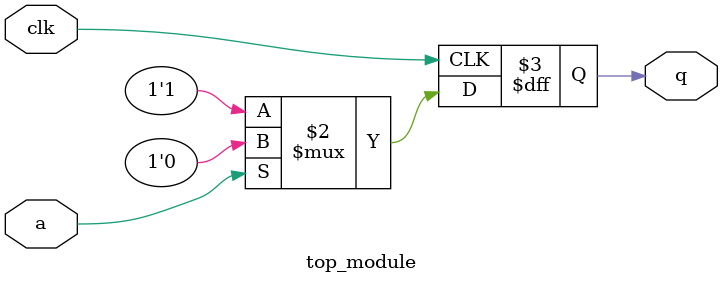
<source format=v>
module top_module (
    input clk,
    input a,
    output q );
	
    always @(posedge clk) begin
        q <= a?1'b0:1'b1;
    end
endmodule
</source>
